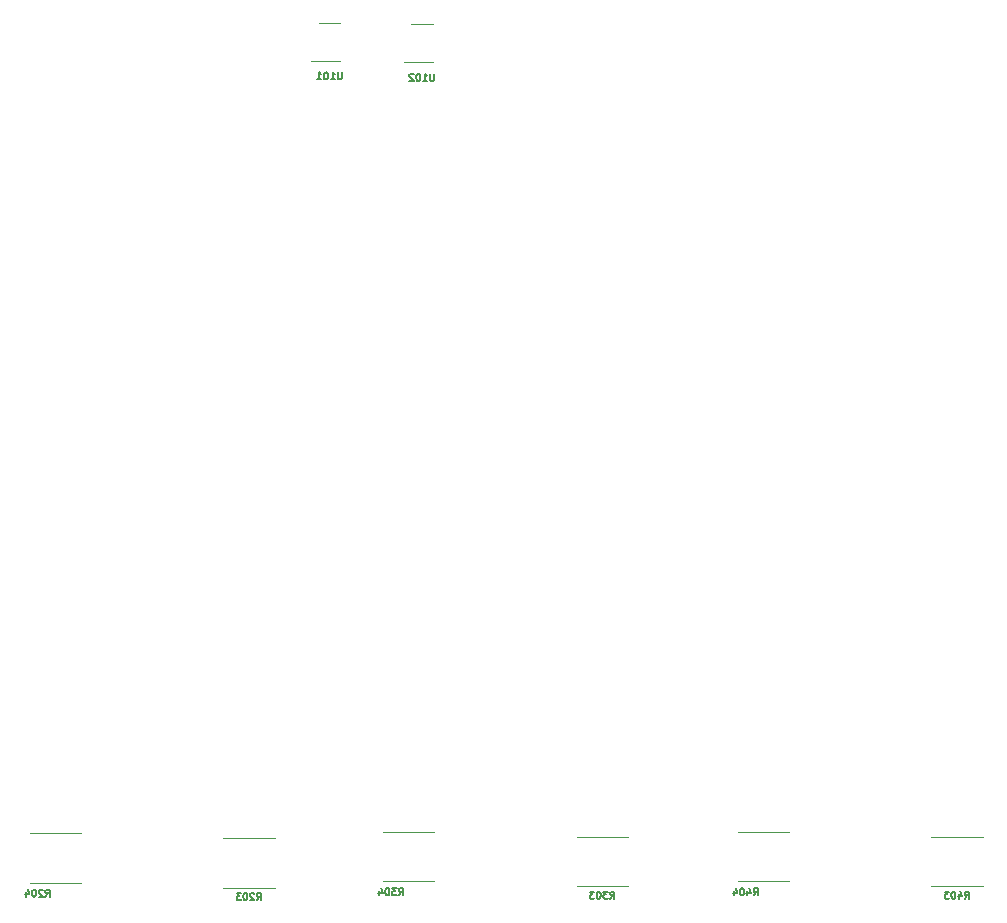
<source format=gbo>
G04 #@! TF.GenerationSoftware,KiCad,Pcbnew,5.1.10*
G04 #@! TF.CreationDate,2021-06-06T22:50:30-04:00*
G04 #@! TF.ProjectId,cnc-controller,636e632d-636f-46e7-9472-6f6c6c65722e,rev?*
G04 #@! TF.SameCoordinates,Original*
G04 #@! TF.FileFunction,Legend,Bot*
G04 #@! TF.FilePolarity,Positive*
%FSLAX46Y46*%
G04 Gerber Fmt 4.6, Leading zero omitted, Abs format (unit mm)*
G04 Created by KiCad (PCBNEW 5.1.10) date 2021-06-06 22:50:30*
%MOMM*%
%LPD*%
G01*
G04 APERTURE LIST*
%ADD10C,0.120000*%
%ADD11C,0.150000*%
G04 APERTURE END LIST*
D10*
X85527064Y-122525000D02*
X81172936Y-122525000D01*
X85527064Y-118325000D02*
X81172936Y-118325000D01*
X97572936Y-118725000D02*
X101927064Y-118725000D01*
X97572936Y-122925000D02*
X101927064Y-122925000D01*
X55502064Y-122525000D02*
X51147936Y-122525000D01*
X55502064Y-118325000D02*
X51147936Y-118325000D01*
X67547936Y-118725000D02*
X71902064Y-118725000D01*
X67547936Y-122925000D02*
X71902064Y-122925000D01*
X25577064Y-122650000D02*
X21222936Y-122650000D01*
X25577064Y-118450000D02*
X21222936Y-118450000D01*
X37622936Y-118850000D02*
X41977064Y-118850000D01*
X37622936Y-123050000D02*
X41977064Y-123050000D01*
X55350000Y-53185000D02*
X52900000Y-53185000D01*
X53550000Y-49965000D02*
X55350000Y-49965000D01*
X47525000Y-53060000D02*
X45075000Y-53060000D01*
X45725000Y-49840000D02*
X47525000Y-49840000D01*
D11*
X82521428Y-123696428D02*
X82721428Y-123410714D01*
X82864285Y-123696428D02*
X82864285Y-123096428D01*
X82635714Y-123096428D01*
X82578571Y-123125000D01*
X82550000Y-123153571D01*
X82521428Y-123210714D01*
X82521428Y-123296428D01*
X82550000Y-123353571D01*
X82578571Y-123382142D01*
X82635714Y-123410714D01*
X82864285Y-123410714D01*
X82007142Y-123296428D02*
X82007142Y-123696428D01*
X82150000Y-123067857D02*
X82292857Y-123496428D01*
X81921428Y-123496428D01*
X81578571Y-123096428D02*
X81521428Y-123096428D01*
X81464285Y-123125000D01*
X81435714Y-123153571D01*
X81407142Y-123210714D01*
X81378571Y-123325000D01*
X81378571Y-123467857D01*
X81407142Y-123582142D01*
X81435714Y-123639285D01*
X81464285Y-123667857D01*
X81521428Y-123696428D01*
X81578571Y-123696428D01*
X81635714Y-123667857D01*
X81664285Y-123639285D01*
X81692857Y-123582142D01*
X81721428Y-123467857D01*
X81721428Y-123325000D01*
X81692857Y-123210714D01*
X81664285Y-123153571D01*
X81635714Y-123125000D01*
X81578571Y-123096428D01*
X80864285Y-123296428D02*
X80864285Y-123696428D01*
X81007142Y-123067857D02*
X81150000Y-123496428D01*
X80778571Y-123496428D01*
X100411428Y-123986428D02*
X100611428Y-123700714D01*
X100754285Y-123986428D02*
X100754285Y-123386428D01*
X100525714Y-123386428D01*
X100468571Y-123415000D01*
X100440000Y-123443571D01*
X100411428Y-123500714D01*
X100411428Y-123586428D01*
X100440000Y-123643571D01*
X100468571Y-123672142D01*
X100525714Y-123700714D01*
X100754285Y-123700714D01*
X99897142Y-123586428D02*
X99897142Y-123986428D01*
X100040000Y-123357857D02*
X100182857Y-123786428D01*
X99811428Y-123786428D01*
X99468571Y-123386428D02*
X99411428Y-123386428D01*
X99354285Y-123415000D01*
X99325714Y-123443571D01*
X99297142Y-123500714D01*
X99268571Y-123615000D01*
X99268571Y-123757857D01*
X99297142Y-123872142D01*
X99325714Y-123929285D01*
X99354285Y-123957857D01*
X99411428Y-123986428D01*
X99468571Y-123986428D01*
X99525714Y-123957857D01*
X99554285Y-123929285D01*
X99582857Y-123872142D01*
X99611428Y-123757857D01*
X99611428Y-123615000D01*
X99582857Y-123500714D01*
X99554285Y-123443571D01*
X99525714Y-123415000D01*
X99468571Y-123386428D01*
X99068571Y-123386428D02*
X98697142Y-123386428D01*
X98897142Y-123615000D01*
X98811428Y-123615000D01*
X98754285Y-123643571D01*
X98725714Y-123672142D01*
X98697142Y-123729285D01*
X98697142Y-123872142D01*
X98725714Y-123929285D01*
X98754285Y-123957857D01*
X98811428Y-123986428D01*
X98982857Y-123986428D01*
X99040000Y-123957857D01*
X99068571Y-123929285D01*
X52496428Y-123696428D02*
X52696428Y-123410714D01*
X52839285Y-123696428D02*
X52839285Y-123096428D01*
X52610714Y-123096428D01*
X52553571Y-123125000D01*
X52525000Y-123153571D01*
X52496428Y-123210714D01*
X52496428Y-123296428D01*
X52525000Y-123353571D01*
X52553571Y-123382142D01*
X52610714Y-123410714D01*
X52839285Y-123410714D01*
X52296428Y-123096428D02*
X51925000Y-123096428D01*
X52125000Y-123325000D01*
X52039285Y-123325000D01*
X51982142Y-123353571D01*
X51953571Y-123382142D01*
X51925000Y-123439285D01*
X51925000Y-123582142D01*
X51953571Y-123639285D01*
X51982142Y-123667857D01*
X52039285Y-123696428D01*
X52210714Y-123696428D01*
X52267857Y-123667857D01*
X52296428Y-123639285D01*
X51553571Y-123096428D02*
X51496428Y-123096428D01*
X51439285Y-123125000D01*
X51410714Y-123153571D01*
X51382142Y-123210714D01*
X51353571Y-123325000D01*
X51353571Y-123467857D01*
X51382142Y-123582142D01*
X51410714Y-123639285D01*
X51439285Y-123667857D01*
X51496428Y-123696428D01*
X51553571Y-123696428D01*
X51610714Y-123667857D01*
X51639285Y-123639285D01*
X51667857Y-123582142D01*
X51696428Y-123467857D01*
X51696428Y-123325000D01*
X51667857Y-123210714D01*
X51639285Y-123153571D01*
X51610714Y-123125000D01*
X51553571Y-123096428D01*
X50839285Y-123296428D02*
X50839285Y-123696428D01*
X50982142Y-123067857D02*
X51125000Y-123496428D01*
X50753571Y-123496428D01*
X70386428Y-123986428D02*
X70586428Y-123700714D01*
X70729285Y-123986428D02*
X70729285Y-123386428D01*
X70500714Y-123386428D01*
X70443571Y-123415000D01*
X70415000Y-123443571D01*
X70386428Y-123500714D01*
X70386428Y-123586428D01*
X70415000Y-123643571D01*
X70443571Y-123672142D01*
X70500714Y-123700714D01*
X70729285Y-123700714D01*
X70186428Y-123386428D02*
X69815000Y-123386428D01*
X70015000Y-123615000D01*
X69929285Y-123615000D01*
X69872142Y-123643571D01*
X69843571Y-123672142D01*
X69815000Y-123729285D01*
X69815000Y-123872142D01*
X69843571Y-123929285D01*
X69872142Y-123957857D01*
X69929285Y-123986428D01*
X70100714Y-123986428D01*
X70157857Y-123957857D01*
X70186428Y-123929285D01*
X69443571Y-123386428D02*
X69386428Y-123386428D01*
X69329285Y-123415000D01*
X69300714Y-123443571D01*
X69272142Y-123500714D01*
X69243571Y-123615000D01*
X69243571Y-123757857D01*
X69272142Y-123872142D01*
X69300714Y-123929285D01*
X69329285Y-123957857D01*
X69386428Y-123986428D01*
X69443571Y-123986428D01*
X69500714Y-123957857D01*
X69529285Y-123929285D01*
X69557857Y-123872142D01*
X69586428Y-123757857D01*
X69586428Y-123615000D01*
X69557857Y-123500714D01*
X69529285Y-123443571D01*
X69500714Y-123415000D01*
X69443571Y-123386428D01*
X69043571Y-123386428D02*
X68672142Y-123386428D01*
X68872142Y-123615000D01*
X68786428Y-123615000D01*
X68729285Y-123643571D01*
X68700714Y-123672142D01*
X68672142Y-123729285D01*
X68672142Y-123872142D01*
X68700714Y-123929285D01*
X68729285Y-123957857D01*
X68786428Y-123986428D01*
X68957857Y-123986428D01*
X69015000Y-123957857D01*
X69043571Y-123929285D01*
X22571428Y-123821428D02*
X22771428Y-123535714D01*
X22914285Y-123821428D02*
X22914285Y-123221428D01*
X22685714Y-123221428D01*
X22628571Y-123250000D01*
X22600000Y-123278571D01*
X22571428Y-123335714D01*
X22571428Y-123421428D01*
X22600000Y-123478571D01*
X22628571Y-123507142D01*
X22685714Y-123535714D01*
X22914285Y-123535714D01*
X22342857Y-123278571D02*
X22314285Y-123250000D01*
X22257142Y-123221428D01*
X22114285Y-123221428D01*
X22057142Y-123250000D01*
X22028571Y-123278571D01*
X22000000Y-123335714D01*
X22000000Y-123392857D01*
X22028571Y-123478571D01*
X22371428Y-123821428D01*
X22000000Y-123821428D01*
X21628571Y-123221428D02*
X21571428Y-123221428D01*
X21514285Y-123250000D01*
X21485714Y-123278571D01*
X21457142Y-123335714D01*
X21428571Y-123450000D01*
X21428571Y-123592857D01*
X21457142Y-123707142D01*
X21485714Y-123764285D01*
X21514285Y-123792857D01*
X21571428Y-123821428D01*
X21628571Y-123821428D01*
X21685714Y-123792857D01*
X21714285Y-123764285D01*
X21742857Y-123707142D01*
X21771428Y-123592857D01*
X21771428Y-123450000D01*
X21742857Y-123335714D01*
X21714285Y-123278571D01*
X21685714Y-123250000D01*
X21628571Y-123221428D01*
X20914285Y-123421428D02*
X20914285Y-123821428D01*
X21057142Y-123192857D02*
X21200000Y-123621428D01*
X20828571Y-123621428D01*
X40461428Y-124111428D02*
X40661428Y-123825714D01*
X40804285Y-124111428D02*
X40804285Y-123511428D01*
X40575714Y-123511428D01*
X40518571Y-123540000D01*
X40490000Y-123568571D01*
X40461428Y-123625714D01*
X40461428Y-123711428D01*
X40490000Y-123768571D01*
X40518571Y-123797142D01*
X40575714Y-123825714D01*
X40804285Y-123825714D01*
X40232857Y-123568571D02*
X40204285Y-123540000D01*
X40147142Y-123511428D01*
X40004285Y-123511428D01*
X39947142Y-123540000D01*
X39918571Y-123568571D01*
X39890000Y-123625714D01*
X39890000Y-123682857D01*
X39918571Y-123768571D01*
X40261428Y-124111428D01*
X39890000Y-124111428D01*
X39518571Y-123511428D02*
X39461428Y-123511428D01*
X39404285Y-123540000D01*
X39375714Y-123568571D01*
X39347142Y-123625714D01*
X39318571Y-123740000D01*
X39318571Y-123882857D01*
X39347142Y-123997142D01*
X39375714Y-124054285D01*
X39404285Y-124082857D01*
X39461428Y-124111428D01*
X39518571Y-124111428D01*
X39575714Y-124082857D01*
X39604285Y-124054285D01*
X39632857Y-123997142D01*
X39661428Y-123882857D01*
X39661428Y-123740000D01*
X39632857Y-123625714D01*
X39604285Y-123568571D01*
X39575714Y-123540000D01*
X39518571Y-123511428D01*
X39118571Y-123511428D02*
X38747142Y-123511428D01*
X38947142Y-123740000D01*
X38861428Y-123740000D01*
X38804285Y-123768571D01*
X38775714Y-123797142D01*
X38747142Y-123854285D01*
X38747142Y-123997142D01*
X38775714Y-124054285D01*
X38804285Y-124082857D01*
X38861428Y-124111428D01*
X39032857Y-124111428D01*
X39090000Y-124082857D01*
X39118571Y-124054285D01*
X55478571Y-54146428D02*
X55478571Y-54632142D01*
X55450000Y-54689285D01*
X55421428Y-54717857D01*
X55364285Y-54746428D01*
X55250000Y-54746428D01*
X55192857Y-54717857D01*
X55164285Y-54689285D01*
X55135714Y-54632142D01*
X55135714Y-54146428D01*
X54535714Y-54746428D02*
X54878571Y-54746428D01*
X54707142Y-54746428D02*
X54707142Y-54146428D01*
X54764285Y-54232142D01*
X54821428Y-54289285D01*
X54878571Y-54317857D01*
X54164285Y-54146428D02*
X54107142Y-54146428D01*
X54050000Y-54175000D01*
X54021428Y-54203571D01*
X53992857Y-54260714D01*
X53964285Y-54375000D01*
X53964285Y-54517857D01*
X53992857Y-54632142D01*
X54021428Y-54689285D01*
X54050000Y-54717857D01*
X54107142Y-54746428D01*
X54164285Y-54746428D01*
X54221428Y-54717857D01*
X54250000Y-54689285D01*
X54278571Y-54632142D01*
X54307142Y-54517857D01*
X54307142Y-54375000D01*
X54278571Y-54260714D01*
X54250000Y-54203571D01*
X54221428Y-54175000D01*
X54164285Y-54146428D01*
X53735714Y-54203571D02*
X53707142Y-54175000D01*
X53650000Y-54146428D01*
X53507142Y-54146428D01*
X53450000Y-54175000D01*
X53421428Y-54203571D01*
X53392857Y-54260714D01*
X53392857Y-54317857D01*
X53421428Y-54403571D01*
X53764285Y-54746428D01*
X53392857Y-54746428D01*
X47653571Y-54021428D02*
X47653571Y-54507142D01*
X47625000Y-54564285D01*
X47596428Y-54592857D01*
X47539285Y-54621428D01*
X47425000Y-54621428D01*
X47367857Y-54592857D01*
X47339285Y-54564285D01*
X47310714Y-54507142D01*
X47310714Y-54021428D01*
X46710714Y-54621428D02*
X47053571Y-54621428D01*
X46882142Y-54621428D02*
X46882142Y-54021428D01*
X46939285Y-54107142D01*
X46996428Y-54164285D01*
X47053571Y-54192857D01*
X46339285Y-54021428D02*
X46282142Y-54021428D01*
X46225000Y-54050000D01*
X46196428Y-54078571D01*
X46167857Y-54135714D01*
X46139285Y-54250000D01*
X46139285Y-54392857D01*
X46167857Y-54507142D01*
X46196428Y-54564285D01*
X46225000Y-54592857D01*
X46282142Y-54621428D01*
X46339285Y-54621428D01*
X46396428Y-54592857D01*
X46425000Y-54564285D01*
X46453571Y-54507142D01*
X46482142Y-54392857D01*
X46482142Y-54250000D01*
X46453571Y-54135714D01*
X46425000Y-54078571D01*
X46396428Y-54050000D01*
X46339285Y-54021428D01*
X45567857Y-54621428D02*
X45910714Y-54621428D01*
X45739285Y-54621428D02*
X45739285Y-54021428D01*
X45796428Y-54107142D01*
X45853571Y-54164285D01*
X45910714Y-54192857D01*
M02*

</source>
